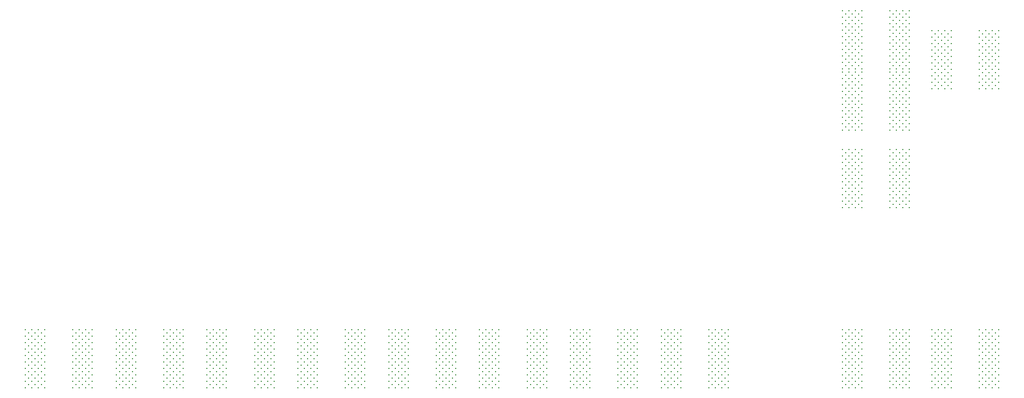
<source format=gbr>
G04 ===== Begin FILE IDENTIFICATION =====*
G04 File Format:  Gerber RS274X*
G04 ===== End FILE IDENTIFICATION =====*
%FSLAX24Y24*%
%MOMM*%
%SFA1.0000B1.0000*%
%OFA0.0B0.0*%
%ADD14C,0.304800*%
%LNVIA14*%
%IPPOS*%
%LPD*%
G75*
D14*
X-552378Y-296710D03*
Y-286550D03*
Y-276390D03*
Y-266230D03*
Y-256070D03*
Y-245910D03*
Y-235750D03*
Y-225590D03*
Y-215430D03*
Y-205270D03*
X-547298Y-291630D03*
Y-281470D03*
Y-271310D03*
Y-261150D03*
Y-250990D03*
Y-240830D03*
Y-230670D03*
Y-220510D03*
Y-210350D03*
X-542218Y-296710D03*
Y-286550D03*
Y-276390D03*
Y-266230D03*
Y-256070D03*
Y-245910D03*
Y-235750D03*
Y-225590D03*
Y-215430D03*
Y-205270D03*
X-537138Y-291630D03*
Y-281470D03*
Y-271310D03*
Y-261150D03*
Y-250990D03*
Y-240830D03*
Y-230670D03*
Y-220510D03*
Y-210350D03*
X-532058Y-296710D03*
Y-286550D03*
Y-276390D03*
Y-266230D03*
Y-256070D03*
Y-245910D03*
Y-235750D03*
Y-225590D03*
Y-215430D03*
Y-205270D03*
X-526978Y-291630D03*
Y-281470D03*
Y-271310D03*
Y-261150D03*
Y-250990D03*
Y-240830D03*
Y-230670D03*
Y-220510D03*
Y-210350D03*
X-521898Y-296710D03*
Y-286550D03*
Y-276390D03*
Y-266230D03*
Y-256070D03*
Y-245910D03*
Y-235750D03*
Y-225590D03*
Y-215430D03*
Y-205270D03*
X-477702Y-296710D03*
Y-286550D03*
Y-276390D03*
Y-266230D03*
Y-256070D03*
Y-245910D03*
Y-235750D03*
Y-225590D03*
Y-215430D03*
Y-205270D03*
X-472622Y-291630D03*
Y-281470D03*
Y-271310D03*
Y-261150D03*
Y-250990D03*
Y-240830D03*
Y-230670D03*
Y-220510D03*
Y-210350D03*
X-467542Y-296710D03*
Y-286550D03*
Y-276390D03*
Y-266230D03*
Y-256070D03*
Y-245910D03*
Y-235750D03*
Y-225590D03*
Y-215430D03*
Y-205270D03*
X-462462Y-291630D03*
Y-281470D03*
Y-271310D03*
Y-261150D03*
Y-250990D03*
Y-240830D03*
Y-230670D03*
Y-220510D03*
Y-210350D03*
X-457382Y-296710D03*
Y-286550D03*
Y-276390D03*
Y-266230D03*
Y-256070D03*
Y-245910D03*
Y-235750D03*
Y-225590D03*
Y-215430D03*
Y-205270D03*
X-452302Y-291630D03*
Y-281470D03*
Y-271310D03*
Y-261150D03*
Y-250990D03*
Y-240830D03*
Y-230670D03*
Y-220510D03*
Y-210350D03*
X-447222Y-296710D03*
Y-286550D03*
Y-276390D03*
Y-266230D03*
Y-256070D03*
Y-245910D03*
Y-235750D03*
Y-225590D03*
Y-215430D03*
Y-205270D03*
X-409578Y-296710D03*
Y-286550D03*
Y-276390D03*
Y-266230D03*
Y-256070D03*
Y-245910D03*
Y-235750D03*
Y-225590D03*
Y-215430D03*
Y-205270D03*
X-404498Y-291630D03*
Y-281470D03*
Y-271310D03*
Y-261150D03*
Y-250990D03*
Y-240830D03*
Y-230670D03*
Y-220510D03*
Y-210350D03*
X-399418Y-296710D03*
Y-286550D03*
Y-276390D03*
Y-266230D03*
Y-256070D03*
Y-245910D03*
Y-235750D03*
Y-225590D03*
Y-215430D03*
Y-205270D03*
X-394338Y-291630D03*
Y-281470D03*
Y-271310D03*
Y-261150D03*
Y-250990D03*
Y-240830D03*
Y-230670D03*
Y-220510D03*
Y-210350D03*
X-389258Y-296710D03*
Y-286550D03*
Y-276390D03*
Y-266230D03*
Y-256070D03*
Y-245910D03*
Y-235750D03*
Y-225590D03*
Y-215430D03*
Y-205270D03*
X-384178Y-291630D03*
Y-281470D03*
Y-271310D03*
Y-261150D03*
Y-250990D03*
Y-240830D03*
Y-230670D03*
Y-220510D03*
Y-210350D03*
X-379098Y-296710D03*
Y-286550D03*
Y-276390D03*
Y-266230D03*
Y-256070D03*
Y-245910D03*
Y-235750D03*
Y-225590D03*
Y-215430D03*
Y-205270D03*
X-334902Y-296710D03*
Y-286550D03*
Y-276390D03*
Y-266230D03*
Y-256070D03*
Y-245910D03*
Y-235750D03*
Y-225590D03*
Y-215430D03*
Y-205270D03*
X-329822Y-291630D03*
Y-281470D03*
Y-271310D03*
Y-261150D03*
Y-250990D03*
Y-240830D03*
Y-230670D03*
Y-220510D03*
Y-210350D03*
X-324742Y-296710D03*
Y-286550D03*
Y-276390D03*
Y-266230D03*
Y-256070D03*
Y-245910D03*
Y-235750D03*
Y-225590D03*
Y-215430D03*
Y-205270D03*
X-319662Y-291630D03*
Y-281470D03*
Y-271310D03*
Y-261150D03*
Y-250990D03*
Y-240830D03*
Y-230670D03*
Y-220510D03*
Y-210350D03*
X-314582Y-296710D03*
Y-286550D03*
Y-276390D03*
Y-266230D03*
Y-256070D03*
Y-245910D03*
Y-235750D03*
Y-225590D03*
Y-215430D03*
Y-205270D03*
X-309502Y-291630D03*
Y-281470D03*
Y-271310D03*
Y-261150D03*
Y-250990D03*
Y-240830D03*
Y-230670D03*
Y-220510D03*
Y-210350D03*
X-304422Y-296710D03*
Y-286550D03*
Y-276390D03*
Y-266230D03*
Y-256070D03*
Y-245910D03*
Y-235750D03*
Y-225590D03*
Y-215430D03*
Y-205270D03*
X-266778Y-296710D03*
Y-286550D03*
Y-276390D03*
Y-266230D03*
Y-256070D03*
Y-245910D03*
Y-235750D03*
Y-225590D03*
Y-215430D03*
Y-205270D03*
X-261698Y-291630D03*
Y-281470D03*
Y-271310D03*
Y-261150D03*
Y-250990D03*
Y-240830D03*
Y-230670D03*
Y-220510D03*
Y-210350D03*
X-256618Y-296710D03*
Y-286550D03*
Y-276390D03*
Y-266230D03*
Y-256070D03*
Y-245910D03*
Y-235750D03*
Y-225590D03*
Y-215430D03*
Y-205270D03*
X-251538Y-291630D03*
Y-281470D03*
Y-271310D03*
Y-261150D03*
Y-250990D03*
Y-240830D03*
Y-230670D03*
Y-220510D03*
Y-210350D03*
X-246458Y-296710D03*
Y-286550D03*
Y-276390D03*
Y-266230D03*
Y-256070D03*
Y-245910D03*
Y-235750D03*
Y-225590D03*
Y-215430D03*
Y-205270D03*
X-241378Y-291630D03*
Y-281470D03*
Y-271310D03*
Y-261150D03*
Y-250990D03*
Y-240830D03*
Y-230670D03*
Y-220510D03*
Y-210350D03*
X-236298Y-296710D03*
Y-286550D03*
Y-276390D03*
Y-266230D03*
Y-256070D03*
Y-245910D03*
Y-235750D03*
Y-225590D03*
Y-215430D03*
Y-205270D03*
X-192102Y-296710D03*
Y-286550D03*
Y-276390D03*
Y-266230D03*
Y-256070D03*
Y-245910D03*
Y-235750D03*
Y-225590D03*
Y-215430D03*
Y-205270D03*
X-187022Y-291630D03*
Y-281470D03*
Y-271310D03*
Y-261150D03*
Y-250990D03*
Y-240830D03*
Y-230670D03*
Y-220510D03*
Y-210350D03*
X-181942Y-296710D03*
Y-286550D03*
Y-276390D03*
Y-266230D03*
Y-256070D03*
Y-245910D03*
Y-235750D03*
Y-225590D03*
Y-215430D03*
Y-205270D03*
X-176862Y-291630D03*
Y-281470D03*
Y-271310D03*
Y-261150D03*
Y-250990D03*
Y-240830D03*
Y-230670D03*
Y-220510D03*
Y-210350D03*
X-171782Y-296710D03*
Y-286550D03*
Y-276390D03*
Y-266230D03*
Y-256070D03*
Y-245910D03*
Y-235750D03*
Y-225590D03*
Y-215430D03*
Y-205270D03*
X-166702Y-291630D03*
Y-281470D03*
Y-271310D03*
Y-261150D03*
Y-250990D03*
Y-240830D03*
Y-230670D03*
Y-220510D03*
Y-210350D03*
X-161622Y-296710D03*
Y-286550D03*
Y-276390D03*
Y-266230D03*
Y-256070D03*
Y-245910D03*
Y-235750D03*
Y-225590D03*
Y-215430D03*
Y-205270D03*
X-123978Y-296710D03*
Y-286550D03*
Y-276390D03*
Y-266230D03*
Y-256070D03*
Y-245910D03*
Y-235750D03*
Y-225590D03*
Y-215430D03*
Y-205270D03*
X-118898Y-291630D03*
Y-281470D03*
Y-271310D03*
Y-261150D03*
Y-250990D03*
Y-240830D03*
Y-230670D03*
Y-220510D03*
Y-210350D03*
X-113818Y-296710D03*
Y-286550D03*
Y-276390D03*
Y-266230D03*
Y-256070D03*
Y-245910D03*
Y-235750D03*
Y-225590D03*
Y-215430D03*
Y-205270D03*
X-108738Y-291630D03*
Y-281470D03*
Y-271310D03*
Y-261150D03*
Y-250990D03*
Y-240830D03*
Y-230670D03*
Y-220510D03*
Y-210350D03*
X-103658Y-296710D03*
Y-286550D03*
Y-276390D03*
Y-266230D03*
Y-256070D03*
Y-245910D03*
Y-235750D03*
Y-225590D03*
Y-215430D03*
Y-205270D03*
X-98578Y-291630D03*
Y-281470D03*
Y-271310D03*
Y-261150D03*
Y-250990D03*
Y-240830D03*
Y-230670D03*
Y-220510D03*
Y-210350D03*
X-93498Y-296710D03*
Y-286550D03*
Y-276390D03*
Y-266230D03*
Y-256070D03*
Y-245910D03*
Y-235750D03*
Y-225590D03*
Y-215430D03*
Y-205270D03*
X-49302Y-296710D03*
Y-286550D03*
Y-276390D03*
Y-266230D03*
Y-256070D03*
Y-245910D03*
Y-235750D03*
Y-225590D03*
Y-215430D03*
Y-205270D03*
X-44222Y-291630D03*
Y-281470D03*
Y-271310D03*
Y-261150D03*
Y-250990D03*
Y-240830D03*
Y-230670D03*
Y-220510D03*
Y-210350D03*
X-39142Y-296710D03*
Y-286550D03*
Y-276390D03*
Y-266230D03*
Y-256070D03*
Y-245910D03*
Y-235750D03*
Y-225590D03*
Y-215430D03*
Y-205270D03*
X-34062Y-291630D03*
Y-281470D03*
Y-271310D03*
Y-261150D03*
Y-250990D03*
Y-240830D03*
Y-230670D03*
Y-220510D03*
Y-210350D03*
X-28982Y-296710D03*
Y-286550D03*
Y-276390D03*
Y-266230D03*
Y-256070D03*
Y-245910D03*
Y-235750D03*
Y-225590D03*
Y-215430D03*
Y-205270D03*
X-23902Y-291630D03*
Y-281470D03*
Y-271310D03*
Y-261150D03*
Y-250990D03*
Y-240830D03*
Y-230670D03*
Y-220510D03*
Y-210350D03*
X-18822Y-296710D03*
Y-286550D03*
Y-276390D03*
Y-266230D03*
Y-256070D03*
Y-245910D03*
Y-235750D03*
Y-225590D03*
Y-215430D03*
Y-205270D03*
X18822Y-296710D03*
Y-286550D03*
Y-276390D03*
Y-266230D03*
Y-256070D03*
Y-245910D03*
Y-235750D03*
Y-225590D03*
Y-215430D03*
Y-205270D03*
X23902Y-291630D03*
Y-281470D03*
Y-271310D03*
Y-261150D03*
Y-250990D03*
Y-240830D03*
Y-230670D03*
Y-220510D03*
Y-210350D03*
X28982Y-296710D03*
Y-286550D03*
Y-276390D03*
Y-266230D03*
Y-256070D03*
Y-245910D03*
Y-235750D03*
Y-225590D03*
Y-215430D03*
Y-205270D03*
X34062Y-291630D03*
Y-281470D03*
Y-271310D03*
Y-261150D03*
Y-250990D03*
Y-240830D03*
Y-230670D03*
Y-220510D03*
Y-210350D03*
X39142Y-296710D03*
Y-286550D03*
Y-276390D03*
Y-266230D03*
Y-256070D03*
Y-245910D03*
Y-235750D03*
Y-225590D03*
Y-215430D03*
Y-205270D03*
X44222Y-291630D03*
Y-281470D03*
Y-271310D03*
Y-261150D03*
Y-250990D03*
Y-240830D03*
Y-230670D03*
Y-220510D03*
Y-210350D03*
X49302Y-296710D03*
Y-286550D03*
Y-276390D03*
Y-266230D03*
Y-256070D03*
Y-245910D03*
Y-235750D03*
Y-225590D03*
Y-215430D03*
Y-205270D03*
X93498Y-296710D03*
Y-286550D03*
Y-276390D03*
Y-266230D03*
Y-256070D03*
Y-245910D03*
Y-235750D03*
Y-225590D03*
Y-215430D03*
Y-205270D03*
X98578Y-291630D03*
Y-281470D03*
Y-271310D03*
Y-261150D03*
Y-250990D03*
Y-240830D03*
Y-230670D03*
Y-220510D03*
Y-210350D03*
X103658Y-296710D03*
Y-286550D03*
Y-276390D03*
Y-266230D03*
Y-256070D03*
Y-245910D03*
Y-235750D03*
Y-225590D03*
Y-215430D03*
Y-205270D03*
X108738Y-291630D03*
Y-281470D03*
Y-271310D03*
Y-261150D03*
Y-250990D03*
Y-240830D03*
Y-230670D03*
Y-220510D03*
Y-210350D03*
X113818Y-296710D03*
Y-286550D03*
Y-276390D03*
Y-266230D03*
Y-256070D03*
Y-245910D03*
Y-235750D03*
Y-225590D03*
Y-215430D03*
Y-205270D03*
X118898Y-291630D03*
Y-281470D03*
Y-271310D03*
Y-261150D03*
Y-250990D03*
Y-240830D03*
Y-230670D03*
Y-220510D03*
Y-210350D03*
X123978Y-296710D03*
Y-286550D03*
Y-276390D03*
Y-266230D03*
Y-256070D03*
Y-245910D03*
Y-235750D03*
Y-225590D03*
Y-215430D03*
Y-205270D03*
X161622Y-296710D03*
Y-286550D03*
Y-276390D03*
Y-266230D03*
Y-256070D03*
Y-245910D03*
Y-235750D03*
Y-225590D03*
Y-215430D03*
Y-205270D03*
X166702Y-291630D03*
Y-281470D03*
Y-271310D03*
Y-261150D03*
Y-250990D03*
Y-240830D03*
Y-230670D03*
Y-220510D03*
Y-210350D03*
X171782Y-296710D03*
Y-286550D03*
Y-276390D03*
Y-266230D03*
Y-256070D03*
Y-245910D03*
Y-235750D03*
Y-225590D03*
Y-215430D03*
Y-205270D03*
X176862Y-291630D03*
Y-281470D03*
Y-271310D03*
Y-261150D03*
Y-250990D03*
Y-240830D03*
Y-230670D03*
Y-220510D03*
Y-210350D03*
X181942Y-296710D03*
Y-286550D03*
Y-276390D03*
Y-266230D03*
Y-256070D03*
Y-245910D03*
Y-235750D03*
Y-225590D03*
Y-215430D03*
Y-205270D03*
X187022Y-291630D03*
Y-281470D03*
Y-271310D03*
Y-261150D03*
Y-250990D03*
Y-240830D03*
Y-230670D03*
Y-220510D03*
Y-210350D03*
X192102Y-296710D03*
Y-286550D03*
Y-276390D03*
Y-266230D03*
Y-256070D03*
Y-245910D03*
Y-235750D03*
Y-225590D03*
Y-215430D03*
Y-205270D03*
X236298Y-296710D03*
Y-286550D03*
Y-276390D03*
Y-266230D03*
Y-256070D03*
Y-245910D03*
Y-235750D03*
Y-225590D03*
Y-215430D03*
Y-205270D03*
X241378Y-291630D03*
Y-281470D03*
Y-271310D03*
Y-261150D03*
Y-250990D03*
Y-240830D03*
Y-230670D03*
Y-220510D03*
Y-210350D03*
X246458Y-296710D03*
Y-286550D03*
Y-276390D03*
Y-266230D03*
Y-256070D03*
Y-245910D03*
Y-235750D03*
Y-225590D03*
Y-215430D03*
Y-205270D03*
X251538Y-291630D03*
Y-281470D03*
Y-271310D03*
Y-261150D03*
Y-250990D03*
Y-240830D03*
Y-230670D03*
Y-220510D03*
Y-210350D03*
X256618Y-296710D03*
Y-286550D03*
Y-276390D03*
Y-266230D03*
Y-256070D03*
Y-245910D03*
Y-235750D03*
Y-225590D03*
Y-215430D03*
Y-205270D03*
X261698Y-291630D03*
Y-281470D03*
Y-271310D03*
Y-261150D03*
Y-250990D03*
Y-240830D03*
Y-230670D03*
Y-220510D03*
Y-210350D03*
X266778Y-296710D03*
Y-286550D03*
Y-276390D03*
Y-266230D03*
Y-256070D03*
Y-245910D03*
Y-235750D03*
Y-225590D03*
Y-215430D03*
Y-205270D03*
X304422Y-296710D03*
Y-286550D03*
Y-276390D03*
Y-266230D03*
Y-256070D03*
Y-245910D03*
Y-235750D03*
Y-225590D03*
Y-215430D03*
Y-205270D03*
X309502Y-291630D03*
Y-281470D03*
Y-271310D03*
Y-261150D03*
Y-250990D03*
Y-240830D03*
Y-230670D03*
Y-220510D03*
Y-210350D03*
X314582Y-296710D03*
Y-286550D03*
Y-276390D03*
Y-266230D03*
Y-256070D03*
Y-245910D03*
Y-235750D03*
Y-225590D03*
Y-215430D03*
Y-205270D03*
X319662Y-291630D03*
Y-281470D03*
Y-271310D03*
Y-261150D03*
Y-250990D03*
Y-240830D03*
Y-230670D03*
Y-220510D03*
Y-210350D03*
X324742Y-296710D03*
Y-286550D03*
Y-276390D03*
Y-266230D03*
Y-256070D03*
Y-245910D03*
Y-235750D03*
Y-225590D03*
Y-215430D03*
Y-205270D03*
X329822Y-291630D03*
Y-281470D03*
Y-271310D03*
Y-261150D03*
Y-250990D03*
Y-240830D03*
Y-230670D03*
Y-220510D03*
Y-210350D03*
X334902Y-296710D03*
Y-286550D03*
Y-276390D03*
Y-266230D03*
Y-256070D03*
Y-245910D03*
Y-235750D03*
Y-225590D03*
Y-215430D03*
Y-205270D03*
X379098Y-296710D03*
Y-286550D03*
Y-276390D03*
Y-266230D03*
Y-256070D03*
Y-245910D03*
Y-235750D03*
Y-225590D03*
Y-215430D03*
Y-205270D03*
X384178Y-291630D03*
Y-281470D03*
Y-271310D03*
Y-261150D03*
Y-250990D03*
Y-240830D03*
Y-230670D03*
Y-220510D03*
Y-210350D03*
X389258Y-296710D03*
Y-286550D03*
Y-276390D03*
Y-266230D03*
Y-256070D03*
Y-245910D03*
Y-235750D03*
Y-225590D03*
Y-215430D03*
Y-205270D03*
X394338Y-291630D03*
Y-281470D03*
Y-271310D03*
Y-261150D03*
Y-250990D03*
Y-240830D03*
Y-230670D03*
Y-220510D03*
Y-210350D03*
X399418Y-296710D03*
Y-286550D03*
Y-276390D03*
Y-266230D03*
Y-256070D03*
Y-245910D03*
Y-235750D03*
Y-225590D03*
Y-215430D03*
Y-205270D03*
X404498Y-291630D03*
Y-281470D03*
Y-271310D03*
Y-261150D03*
Y-250990D03*
Y-240830D03*
Y-230670D03*
Y-220510D03*
Y-210350D03*
X409578Y-296710D03*
Y-286550D03*
Y-276390D03*
Y-266230D03*
Y-256070D03*
Y-245910D03*
Y-235750D03*
Y-225590D03*
Y-215430D03*
Y-205270D03*
X447222Y-296710D03*
Y-286550D03*
Y-276390D03*
Y-266230D03*
Y-256070D03*
Y-245910D03*
Y-235750D03*
Y-225590D03*
Y-215430D03*
Y-205270D03*
X452302Y-291630D03*
Y-281470D03*
Y-271310D03*
Y-261150D03*
Y-250990D03*
Y-240830D03*
Y-230670D03*
Y-220510D03*
Y-210350D03*
X457382Y-296710D03*
Y-286550D03*
Y-276390D03*
Y-266230D03*
Y-256070D03*
Y-245910D03*
Y-235750D03*
Y-225590D03*
Y-215430D03*
Y-205270D03*
X462462Y-291630D03*
Y-281470D03*
Y-271310D03*
Y-261150D03*
Y-250990D03*
Y-240830D03*
Y-230670D03*
Y-220510D03*
Y-210350D03*
X467542Y-296710D03*
Y-286550D03*
Y-276390D03*
Y-266230D03*
Y-256070D03*
Y-245910D03*
Y-235750D03*
Y-225590D03*
Y-215430D03*
Y-205270D03*
X472622Y-291630D03*
Y-281470D03*
Y-271310D03*
Y-261150D03*
Y-250990D03*
Y-240830D03*
Y-230670D03*
Y-220510D03*
Y-210350D03*
X477702Y-296710D03*
Y-286550D03*
Y-276390D03*
Y-266230D03*
Y-256070D03*
Y-245910D03*
Y-235750D03*
Y-225590D03*
Y-215430D03*
Y-205270D03*
X521898Y-296710D03*
Y-286550D03*
Y-276390D03*
Y-266230D03*
Y-256070D03*
Y-245910D03*
Y-235750D03*
Y-225590D03*
Y-215430D03*
Y-205270D03*
X526978Y-291630D03*
Y-281470D03*
Y-271310D03*
Y-261150D03*
Y-250990D03*
Y-240830D03*
Y-230670D03*
Y-220510D03*
Y-210350D03*
X532058Y-296710D03*
Y-286550D03*
Y-276390D03*
Y-266230D03*
Y-256070D03*
Y-245910D03*
Y-235750D03*
Y-225590D03*
Y-215430D03*
Y-205270D03*
X537138Y-291630D03*
Y-281470D03*
Y-271310D03*
Y-261150D03*
Y-250990D03*
Y-240830D03*
Y-230670D03*
Y-220510D03*
Y-210350D03*
X542218Y-296710D03*
Y-286550D03*
Y-276390D03*
Y-266230D03*
Y-256070D03*
Y-245910D03*
Y-235750D03*
Y-225590D03*
Y-215430D03*
Y-205270D03*
X547298Y-291630D03*
Y-281470D03*
Y-271310D03*
Y-261150D03*
Y-250990D03*
Y-240830D03*
Y-230670D03*
Y-220510D03*
Y-210350D03*
X552378Y-296710D03*
Y-286550D03*
Y-276390D03*
Y-266230D03*
Y-256070D03*
Y-245910D03*
Y-235750D03*
Y-225590D03*
Y-215430D03*
Y-205270D03*
X732012Y-296710D03*
Y-286550D03*
Y-276390D03*
Y-266230D03*
Y-256070D03*
Y-245910D03*
Y-235750D03*
Y-225590D03*
Y-215430D03*
Y-205270D03*
Y-13244D03*
Y-3084D03*
Y7076D03*
Y17236D03*
Y27396D03*
Y37556D03*
Y47716D03*
Y57876D03*
Y68036D03*
Y78196D03*
Y108318D03*
Y118478D03*
Y128638D03*
Y138798D03*
Y148958D03*
Y159118D03*
Y169278D03*
Y179438D03*
Y189598D03*
Y199758D03*
Y205270D03*
Y215430D03*
Y225590D03*
Y235750D03*
Y245910D03*
Y256070D03*
Y266230D03*
Y276390D03*
Y286550D03*
Y296710D03*
X737092Y-291630D03*
Y-281470D03*
Y-271310D03*
Y-261150D03*
Y-250990D03*
Y-240830D03*
Y-230670D03*
Y-220510D03*
Y-210350D03*
Y-8164D03*
Y1996D03*
Y12156D03*
Y22316D03*
Y32476D03*
Y42636D03*
Y52796D03*
Y62956D03*
Y73116D03*
Y113398D03*
Y123558D03*
Y133718D03*
Y143878D03*
Y154038D03*
Y164198D03*
Y174358D03*
Y184518D03*
Y194678D03*
Y210350D03*
Y220510D03*
Y230670D03*
Y240830D03*
Y250990D03*
Y261150D03*
Y271310D03*
Y281470D03*
Y291630D03*
X742172Y-296710D03*
Y-286550D03*
Y-276390D03*
Y-266230D03*
Y-256070D03*
Y-245910D03*
Y-235750D03*
Y-225590D03*
Y-215430D03*
Y-205270D03*
Y-13244D03*
Y-3084D03*
Y7076D03*
Y17236D03*
Y27396D03*
Y37556D03*
Y47716D03*
Y57876D03*
Y68036D03*
Y78196D03*
Y108318D03*
Y118478D03*
Y128638D03*
Y138798D03*
Y148958D03*
Y159118D03*
Y169278D03*
Y179438D03*
Y189598D03*
Y199758D03*
Y205270D03*
Y215430D03*
Y225590D03*
Y235750D03*
Y245910D03*
Y256070D03*
Y266230D03*
Y276390D03*
Y286550D03*
Y296710D03*
X747252Y-291630D03*
Y-281470D03*
Y-271310D03*
Y-261150D03*
Y-250990D03*
Y-240830D03*
Y-230670D03*
Y-220510D03*
Y-210350D03*
Y-8164D03*
Y1996D03*
Y12156D03*
Y22316D03*
Y32476D03*
Y42636D03*
Y52796D03*
Y62956D03*
Y73116D03*
Y113398D03*
Y123558D03*
Y133718D03*
Y143878D03*
Y154038D03*
Y164198D03*
Y174358D03*
Y184518D03*
Y194678D03*
Y210350D03*
Y220510D03*
Y230670D03*
Y240830D03*
Y250990D03*
Y261150D03*
Y271310D03*
Y281470D03*
Y291630D03*
X752332Y-296710D03*
Y-286550D03*
Y-276390D03*
Y-266230D03*
Y-256070D03*
Y-245910D03*
Y-235750D03*
Y-225590D03*
Y-215430D03*
Y-205270D03*
Y-13244D03*
Y-3084D03*
Y7076D03*
Y17236D03*
Y27396D03*
Y37556D03*
Y47716D03*
Y57876D03*
Y68036D03*
Y78196D03*
Y108318D03*
Y118478D03*
Y128638D03*
Y138798D03*
Y148958D03*
Y159118D03*
Y169278D03*
Y179438D03*
Y189598D03*
Y199758D03*
Y205270D03*
Y215430D03*
Y225590D03*
Y235750D03*
Y245910D03*
Y256070D03*
Y266230D03*
Y276390D03*
Y286550D03*
Y296710D03*
X757412Y-291630D03*
Y-281470D03*
Y-271310D03*
Y-261150D03*
Y-250990D03*
Y-240830D03*
Y-230670D03*
Y-220510D03*
Y-210350D03*
Y-8164D03*
Y1996D03*
Y12156D03*
Y22316D03*
Y32476D03*
Y42636D03*
Y52796D03*
Y62956D03*
Y73116D03*
Y113398D03*
Y123558D03*
Y133718D03*
Y143878D03*
Y154038D03*
Y164198D03*
Y174358D03*
Y184518D03*
Y194678D03*
Y210350D03*
Y220510D03*
Y230670D03*
Y240830D03*
Y250990D03*
Y261150D03*
Y271310D03*
Y281470D03*
Y291630D03*
X762492Y-296710D03*
Y-286550D03*
Y-276390D03*
Y-266230D03*
Y-256070D03*
Y-245910D03*
Y-235750D03*
Y-225590D03*
Y-215430D03*
Y-205270D03*
Y-13244D03*
Y-3084D03*
Y7076D03*
Y17236D03*
Y27396D03*
Y37556D03*
Y47716D03*
Y57876D03*
Y68036D03*
Y78196D03*
Y108318D03*
Y118478D03*
Y128638D03*
Y138798D03*
Y148958D03*
Y159118D03*
Y169278D03*
Y179438D03*
Y189598D03*
Y199758D03*
Y205270D03*
Y215430D03*
Y225590D03*
Y235750D03*
Y245910D03*
Y256070D03*
Y266230D03*
Y276390D03*
Y286550D03*
Y296710D03*
X806688Y-296710D03*
Y-286550D03*
Y-276390D03*
Y-266230D03*
Y-256070D03*
Y-245910D03*
Y-235750D03*
Y-225590D03*
Y-215430D03*
Y-205270D03*
Y-13244D03*
Y-3084D03*
Y7076D03*
Y17236D03*
Y27396D03*
Y37556D03*
Y47716D03*
Y57876D03*
Y68036D03*
Y78196D03*
Y108318D03*
Y118478D03*
Y128638D03*
Y138798D03*
Y148958D03*
Y159118D03*
Y169278D03*
Y179438D03*
Y189598D03*
Y199758D03*
Y205270D03*
Y215430D03*
Y225590D03*
Y235750D03*
Y245910D03*
Y256070D03*
Y266230D03*
Y276390D03*
Y286550D03*
Y296710D03*
X811768Y-291630D03*
Y-281470D03*
Y-271310D03*
Y-261150D03*
Y-250990D03*
Y-240830D03*
Y-230670D03*
Y-220510D03*
Y-210350D03*
Y-8164D03*
Y1996D03*
Y12156D03*
Y22316D03*
Y32476D03*
Y42636D03*
Y52796D03*
Y62956D03*
Y73116D03*
Y113398D03*
Y123558D03*
Y133718D03*
Y143878D03*
Y154038D03*
Y164198D03*
Y174358D03*
Y184518D03*
Y194678D03*
Y210350D03*
Y220510D03*
Y230670D03*
Y240830D03*
Y250990D03*
Y261150D03*
Y271310D03*
Y281470D03*
Y291630D03*
X816848Y-296710D03*
Y-286550D03*
Y-276390D03*
Y-266230D03*
Y-256070D03*
Y-245910D03*
Y-235750D03*
Y-225590D03*
Y-215430D03*
Y-205270D03*
Y-13244D03*
Y-3084D03*
Y7076D03*
Y17236D03*
Y27396D03*
Y37556D03*
Y47716D03*
Y57876D03*
Y68036D03*
Y78196D03*
Y108318D03*
Y118478D03*
Y128638D03*
Y138798D03*
Y148958D03*
Y159118D03*
Y169278D03*
Y179438D03*
Y189598D03*
Y199758D03*
Y205270D03*
Y215430D03*
Y225590D03*
Y235750D03*
Y245910D03*
Y256070D03*
Y266230D03*
Y276390D03*
Y286550D03*
Y296710D03*
X821928Y-291630D03*
Y-281470D03*
Y-271310D03*
Y-261150D03*
Y-250990D03*
Y-240830D03*
Y-230670D03*
Y-220510D03*
Y-210350D03*
Y-8164D03*
Y1996D03*
Y12156D03*
Y22316D03*
Y32476D03*
Y42636D03*
Y52796D03*
Y62956D03*
Y73116D03*
Y113398D03*
Y123558D03*
Y133718D03*
Y143878D03*
Y154038D03*
Y164198D03*
Y174358D03*
Y184518D03*
Y194678D03*
Y210350D03*
Y220510D03*
Y230670D03*
Y240830D03*
Y250990D03*
Y261150D03*
Y271310D03*
Y281470D03*
Y291630D03*
X827008Y-296710D03*
Y-286550D03*
Y-276390D03*
Y-266230D03*
Y-256070D03*
Y-245910D03*
Y-235750D03*
Y-225590D03*
Y-215430D03*
Y-205270D03*
Y-13244D03*
Y-3084D03*
Y7076D03*
Y17236D03*
Y27396D03*
Y37556D03*
Y47716D03*
Y57876D03*
Y68036D03*
Y78196D03*
Y108318D03*
Y118478D03*
Y128638D03*
Y138798D03*
Y148958D03*
Y159118D03*
Y169278D03*
Y179438D03*
Y189598D03*
Y199758D03*
Y205270D03*
Y215430D03*
Y225590D03*
Y235750D03*
Y245910D03*
Y256070D03*
Y266230D03*
Y276390D03*
Y286550D03*
Y296710D03*
X832088Y-291630D03*
Y-281470D03*
Y-271310D03*
Y-261150D03*
Y-250990D03*
Y-240830D03*
Y-230670D03*
Y-220510D03*
Y-210350D03*
Y-8164D03*
Y1996D03*
Y12156D03*
Y22316D03*
Y32476D03*
Y42636D03*
Y52796D03*
Y62956D03*
Y73116D03*
Y113398D03*
Y123558D03*
Y133718D03*
Y143878D03*
Y154038D03*
Y164198D03*
Y174358D03*
Y184518D03*
Y194678D03*
Y210350D03*
Y220510D03*
Y230670D03*
Y240830D03*
Y250990D03*
Y261150D03*
Y271310D03*
Y281470D03*
Y291630D03*
X837168Y-296710D03*
Y-286550D03*
Y-276390D03*
Y-266230D03*
Y-256070D03*
Y-245910D03*
Y-235750D03*
Y-225590D03*
Y-215430D03*
Y-205270D03*
Y-13244D03*
Y-3084D03*
Y7076D03*
Y17236D03*
Y27396D03*
Y37556D03*
Y47716D03*
Y57876D03*
Y68036D03*
Y78196D03*
Y108318D03*
Y118478D03*
Y128638D03*
Y138798D03*
Y148958D03*
Y159118D03*
Y169278D03*
Y179438D03*
Y189598D03*
Y199758D03*
Y205270D03*
Y215430D03*
Y225590D03*
Y235750D03*
Y245910D03*
Y256070D03*
Y266230D03*
Y276390D03*
Y286550D03*
Y296710D03*
X872502Y-296710D03*
Y-286550D03*
Y-276390D03*
Y-266230D03*
Y-256070D03*
Y-245910D03*
Y-235750D03*
Y-225590D03*
Y-215430D03*
Y-205270D03*
Y173270D03*
Y183430D03*
Y193590D03*
Y203750D03*
Y213910D03*
Y224070D03*
Y234230D03*
Y244390D03*
Y254550D03*
Y264710D03*
X877582Y-291630D03*
Y-281470D03*
Y-271310D03*
Y-261150D03*
Y-250990D03*
Y-240830D03*
Y-230670D03*
Y-220510D03*
Y-210350D03*
Y178350D03*
Y188510D03*
Y198670D03*
Y208830D03*
Y218990D03*
Y229150D03*
Y239310D03*
Y249470D03*
Y259630D03*
X882662Y-296710D03*
Y-286550D03*
Y-276390D03*
Y-266230D03*
Y-256070D03*
Y-245910D03*
Y-235750D03*
Y-225590D03*
Y-215430D03*
Y-205270D03*
Y173270D03*
Y183430D03*
Y193590D03*
Y203750D03*
Y213910D03*
Y224070D03*
Y234230D03*
Y244390D03*
Y254550D03*
Y264710D03*
X887742Y-291630D03*
Y-281470D03*
Y-271310D03*
Y-261150D03*
Y-250990D03*
Y-240830D03*
Y-230670D03*
Y-220510D03*
Y-210350D03*
Y178350D03*
Y188510D03*
Y198670D03*
Y208830D03*
Y218990D03*
Y229150D03*
Y239310D03*
Y249470D03*
Y259630D03*
X892822Y-296710D03*
Y-286550D03*
Y-276390D03*
Y-266230D03*
Y-256070D03*
Y-245910D03*
Y-235750D03*
Y-225590D03*
Y-215430D03*
Y-205270D03*
Y173270D03*
Y183430D03*
Y193590D03*
Y203750D03*
Y213910D03*
Y224070D03*
Y234230D03*
Y244390D03*
Y254550D03*
Y264710D03*
X897902Y-291630D03*
Y-281470D03*
Y-271310D03*
Y-261150D03*
Y-250990D03*
Y-240830D03*
Y-230670D03*
Y-220510D03*
Y-210350D03*
Y178350D03*
Y188510D03*
Y198670D03*
Y208830D03*
Y218990D03*
Y229150D03*
Y239310D03*
Y249470D03*
Y259630D03*
X902982Y-296710D03*
Y-286550D03*
Y-276390D03*
Y-266230D03*
Y-256070D03*
Y-245910D03*
Y-235750D03*
Y-225590D03*
Y-215430D03*
Y-205270D03*
Y173270D03*
Y183430D03*
Y193590D03*
Y203750D03*
Y213910D03*
Y224070D03*
Y234230D03*
Y244390D03*
Y254550D03*
Y264710D03*
X947178Y-296710D03*
Y-286550D03*
Y-276390D03*
Y-266230D03*
Y-256070D03*
Y-245910D03*
Y-235750D03*
Y-225590D03*
Y-215430D03*
Y-205270D03*
Y173270D03*
Y183430D03*
Y193590D03*
Y203750D03*
Y213910D03*
Y224070D03*
Y234230D03*
Y244390D03*
Y254550D03*
Y264710D03*
X952258Y-291630D03*
Y-281470D03*
Y-271310D03*
Y-261150D03*
Y-250990D03*
Y-240830D03*
Y-230670D03*
Y-220510D03*
Y-210350D03*
Y178350D03*
Y188510D03*
Y198670D03*
Y208830D03*
Y218990D03*
Y229150D03*
Y239310D03*
Y249470D03*
Y259630D03*
X957338Y-296710D03*
Y-286550D03*
Y-276390D03*
Y-266230D03*
Y-256070D03*
Y-245910D03*
Y-235750D03*
Y-225590D03*
Y-215430D03*
Y-205270D03*
Y173270D03*
Y183430D03*
Y193590D03*
Y203750D03*
Y213910D03*
Y224070D03*
Y234230D03*
Y244390D03*
Y254550D03*
Y264710D03*
X962418Y-291630D03*
Y-281470D03*
Y-271310D03*
Y-261150D03*
Y-250990D03*
Y-240830D03*
Y-230670D03*
Y-220510D03*
Y-210350D03*
Y178350D03*
Y188510D03*
Y198670D03*
Y208830D03*
Y218990D03*
Y229150D03*
Y239310D03*
Y249470D03*
Y259630D03*
X967498Y-296710D03*
Y-286550D03*
Y-276390D03*
Y-266230D03*
Y-256070D03*
Y-245910D03*
Y-235750D03*
Y-225590D03*
Y-215430D03*
Y-205270D03*
Y173270D03*
Y183430D03*
Y193590D03*
Y203750D03*
Y213910D03*
Y224070D03*
Y234230D03*
Y244390D03*
Y254550D03*
Y264710D03*
X972578Y-291630D03*
Y-281470D03*
Y-271310D03*
Y-261150D03*
Y-250990D03*
Y-240830D03*
Y-230670D03*
Y-220510D03*
Y-210350D03*
Y178350D03*
Y188510D03*
Y198670D03*
Y208830D03*
Y218990D03*
Y229150D03*
Y239310D03*
Y249470D03*
Y259630D03*
X977658Y-296710D03*
Y-286550D03*
Y-276390D03*
Y-266230D03*
Y-256070D03*
Y-245910D03*
Y-235750D03*
Y-225590D03*
Y-215430D03*
Y-205270D03*
Y173270D03*
Y183430D03*
Y193590D03*
Y203750D03*
Y213910D03*
Y224070D03*
Y234230D03*
Y244390D03*
Y254550D03*
Y264710D03*
M02*


</source>
